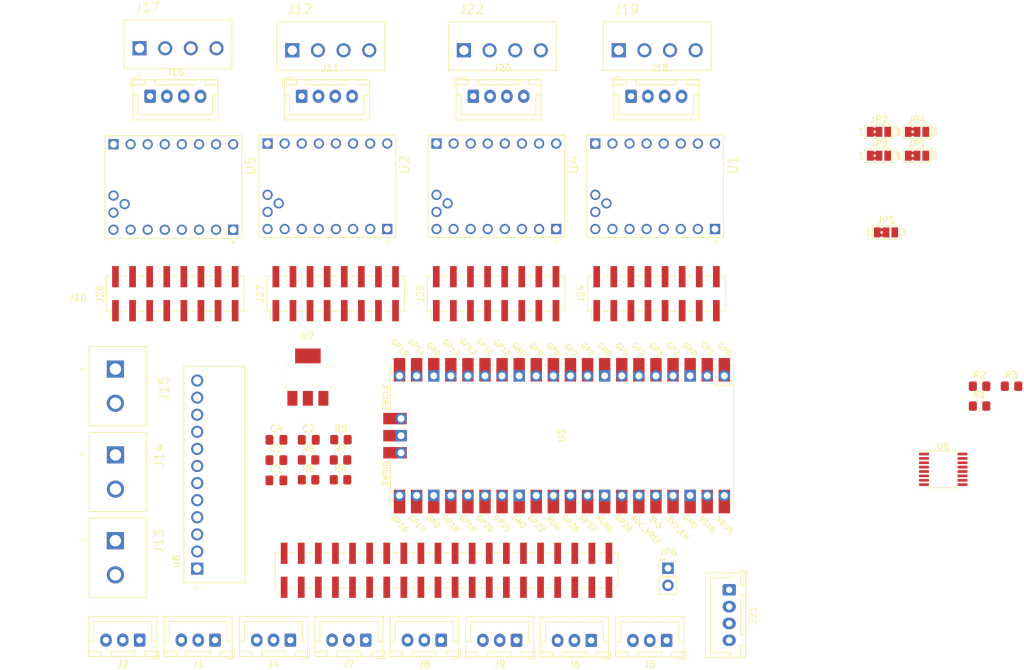
<source format=kicad_pcb>
(kicad_pcb (version 20211014) (generator pcbnew)
  (layers (0 "F.Cu" signal) (31 "B.Cu" signal) (34 "B.Paste" user) (35 "F.Paste" user) (36 "B.SilkS" user "B.Silkscreen") (37 "F.SilkS" user "F.Silkscreen") (38 "B.Mask" user) (39 "F.Mask" user) (44 "Edge.Cuts" user))
  (net 0 "")
  (net 9 "+3V3")
  (net 10 "GPIO17")
  (net 11 "GPIO16")
  (net 15 "GPIO27")
  (net 16 "GPIO18")
  (net 18 "GPIO26")
  (net 19 "DIR_3")
  (net 20 "STEP_3")
  (net 21 "+24V")
  (net 22 "GND")
  (net 23 "DIR_1")
  (net 24 "STEP_1")
  (net 25 "GPIO19")
  (net 26 "GPIO20")
  (net 28 "GPIO21")
  (net 29 "+3.3V")
  (net 31 "DIR_0")
  (net 32 "STEP_0")
  (net 33 "+5V")
  (net 36 "PICO_VBus")
  (net 38 "PICO_3V3")
  (net 49 "DIR_2")
  (net 54 "STEP_2")
  (net 68 "Motor1A1")
  (net 69 "Motor1A2")
  (net 70 "Motor1B1")
  (net 71 "Motor1B2")
  (net 72 "Motor2A1")
  (net 73 "Motor2A2")
  (net 74 "Motor2B1")
  (net 75 "Motor2B2")
  (net 76 "Motor3A1")
  (net 77 "Motor3A2")
  (net 78 "Motor3B1")
  (net 79 "Motor3B2")
  (net 80 "Motor4A1")
  (net 81 "Motor4A2")
  (net 82 "Motor4B1")
  (net 83 "Motor4B2")
  (net 84 "UART_TX")
  (net 85 "UART_RX")
  (net 86 "GPIO0")
  (net 87 "TMC_UART")
  (net 88 "SPIMux_S0")
  (net 89 "SPI_CSn")
  (net 90 "SPI_SCK")
  (net 91 "SPI_MOSI")
  (net 92 "SPI_MISO")
  (net 93 "SPIMux_S1")
  (net 94 "PICO_VSys")
  (net 97 "Net-(JP1-Pad1)")
  (net 98 "Net-(JP1-Pad3)")
  (net 99 "Net-(R4-Pad2)")
  (net 100 "Net-(JP2-Pad1)")
  (net 101 "Net-(JP2-Pad3)")
  (net 102 "Net-(R5-Pad2)")
  (net 103 "Net-(JP3-Pad1)")
  (net 104 "Net-(JP3-Pad3)")
  (net 105 "Net-(R7-Pad2)")
  (net 106 "Net-(JP4-Pad1)")
  (net 107 "Net-(JP4-Pad3)")
  (net 108 "Net-(R8-Pad2)")
  (net 109 "ENC_CS_1_Muxed")
  (net 110 "ENC_CS_1")
  (net 111 "SPI_CS")
  (net 112 "ENC_B")
  (net 113 "ENC_A")
  (net 115 "ENC_I_PWM")
  (net 116 "ENC_CS_4")
  (net 117 "ENC_TEST")
  (net 118 "ENC_CLK")
  (net 120 "ENC_MOSI")
  (net 121 "ENC_W_PWM")
  (net 122 "ENC_MISO")
  (net 123 "ENC_V")
  (net 124 "ENC_U")
  (net 138 "ENC_CS_3")
  (net 148 "ENC_CS_2")
  (footprint "Connector_JST:JST_XH_B3B-XH-A_1x03_P2.50mm_Vertical" (layer "F.Cu") (at 92.2 142.175 180)
    (fp_text reference "J1" (at 2.5 -3.55) (layer "F.SilkS"))
    (fp_text value "JST_3pin")
    (pad "1" thru_hole roundrect (at 0 0 180) (size 1.7 1.95) (drill 0.95) (layers *.Cu *.Mask) (roundrect_rratio 0.147059) (net 9 "+3V3"))
    (pad "2" thru_hole oval (at 2.5 0 180) (size 1.7 1.95) (drill 0.95) (layers *.Cu *.Mask) (net 10 "GPIO17"))
    (pad "3" thru_hole oval (at 5 0 180) (size 1.7 1.95) (drill 0.95) (layers *.Cu *.Mask) (net 22 "GND"))
  )
  (footprint "Resistor_SMD:R_0805_2012Metric_Pad1.20x1.40mm_HandSolder" (layer "F.Cu") (at 110.91 112.39)
    (fp_text reference "R5" (at 0 -1.65) (layer "F.SilkS"))
    (fp_text value "R")
    (pad "1" smd roundrect (at -1 0) (size 1.2 1.4) (layers "F.Cu" "F.Paste" "F.Mask") (roundrect_rratio 0.208333) (net 9 "+3V3"))
    (pad "2" smd roundrect (at 1 0) (size 1.2 1.4) (layers "F.Cu" "F.Paste" "F.Mask") (roundrect_rratio 0.208333) (net 102 "Net-(R5-Pad2)"))
  )
  (footprint "birdyboard:CUI_TBP02R2-381-04BE" (layer "F.Cu") (at 152.185 54.5375)
    (fp_text reference "J19" (at 1.145 -6.089) (layer "F.SilkS") (effects (font (size 1.4 1.4))))
    (fp_text value "TBP02R2-381-04BE")
    (pad "1" thru_hole rect (at 0 0) (size 2.1 2.1) (drill 1.4) (layers *.Cu *.Mask) (net 76 "Motor3A1"))
    (pad "2" thru_hole circle (at 3.81 0) (size 2.1 2.1) (drill 1.4) (layers *.Cu *.Mask) (net 77 "Motor3A2"))
    (pad "3" thru_hole circle (at 7.62 0) (size 2.1 2.1) (drill 1.4) (layers *.Cu *.Mask) (net 78 "Motor3B1"))
    (pad "4" thru_hole circle (at 11.43 0) (size 2.1 2.1) (drill 1.4) (layers *.Cu *.Mask) (net 79 "Motor3B2"))
  )
  (footprint "Resistor_SMD:R_0805_2012Metric_Pad1.20x1.40mm_HandSolder" (layer "F.Cu") (at 110.85 118.35)
    (fp_text reference "R4" (at 0 -1.65) (layer "F.SilkS"))
    (fp_text value "R")
    (pad "1" smd roundrect (at -1 0) (size 1.2 1.4) (layers "F.Cu" "F.Paste" "F.Mask") (roundrect_rratio 0.208333) (net 9 "+3V3"))
    (pad "2" smd roundrect (at 1 0) (size 1.2 1.4) (layers "F.Cu" "F.Paste" "F.Mask") (roundrect_rratio 0.208333) (net 99 "Net-(R4-Pad2)"))
  )
  (footprint "Connector_JST:JST_XH_B3B-XH-A_1x03_P2.50mm_Vertical" (layer "F.Cu") (at 114.6 142.175 180)
    (fp_text reference "J7" (at 2.5 -3.55) (layer "F.SilkS"))
    (fp_text value "JST_3pin")
    (pad "1" thru_hole roundrect (at 0 0 180) (size 1.7 1.95) (drill 0.95) (layers *.Cu *.Mask) (roundrect_rratio 0.147059) (net 9 "+3V3"))
    (pad "2" thru_hole oval (at 2.5 0 180) (size 1.7 1.95) (drill 0.95) (layers *.Cu *.Mask) (net 25 "GPIO19"))
    (pad "3" thru_hole oval (at 5 0 180) (size 1.7 1.95) (drill 0.95) (layers *.Cu *.Mask) (net 22 "GND"))
  )
  (footprint "Connector_JST:JST_XH_B3B-XH-A_1x03_P2.50mm_Vertical" (layer "F.Cu") (at 103.4 142.175 180)
    (fp_text reference "J4" (at 2.5 -3.55) (layer "F.SilkS"))
    (fp_text value "JST_3pin")
    (pad "1" thru_hole roundrect (at 0 0 180) (size 1.7 1.95) (drill 0.95) (layers *.Cu *.Mask) (roundrect_rratio 0.147059) (net 9 "+3V3"))
    (pad "2" thru_hole oval (at 2.5 0 180) (size 1.7 1.95) (drill 0.95) (layers *.Cu *.Mask) (net 16 "GPIO18"))
    (pad "3" thru_hole oval (at 5 0 180) (size 1.7 1.95) (drill 0.95) (layers *.Cu *.Mask) (net 22 "GND"))
  )
  (footprint "Connector_JST:JST_XH_B4B-XH-A_1x04_P2.50mm_Vertical" (layer "F.Cu") (at 82.55 61.375)
    (fp_text reference "J16" (at 3.75 -3.55) (layer "F.SilkS"))
    (fp_text value "JST-PH StepMotor Conn")
    (pad "1" thru_hole roundrect (at 0 0) (size 1.7 1.95) (drill 0.95) (layers *.Cu *.Mask) (roundrect_rratio 0.147059) (net 72 "Motor2A1"))
    (pad "2" thru_hole oval (at 2.5 0) (size 1.7 1.95) (drill 0.95) (layers *.Cu *.Mask) (net 73 "Motor2A2"))
    (pad "3" thru_hole oval (at 5 0) (size 1.7 1.95) (drill 0.95) (layers *.Cu *.Mask) (net 74 "Motor2B1"))
    (pad "4" thru_hole oval (at 7.5 0) (size 1.7 1.95) (drill 0.95) (layers *.Cu *.Mask) (net 75 "Motor2B2"))
  )
  (footprint "Resistor_SMD:R_0805_2012Metric_Pad1.20x1.40mm_HandSolder" (layer "F.Cu") (at 110.85 115.4)
    (fp_text reference "R7" (at 0 -1.65) (layer "F.SilkS"))
    (fp_text value "R")
    (pad "1" smd roundrect (at -1 0) (size 1.2 1.4) (layers "F.Cu" "F.Paste" "F.Mask") (roundrect_rratio 0.208333) (net 9 "+3V3"))
    (pad "2" smd roundrect (at 1 0) (size 1.2 1.4) (layers "F.Cu" "F.Paste" "F.Mask") (roundrect_rratio 0.208333) (net 105 "Net-(R7-Pad2)"))
  )
  (footprint "Resistor_SMD:R_0805_2012Metric_Pad1.20x1.40mm_HandSolder" (layer "F.Cu") (at 205.8 104.45)
    (fp_text reference "R2" (at 0 -1.65) (layer "F.SilkS"))
    (fp_text value "R")
    (pad "1" smd roundrect (at -1 0) (size 1.2 1.4) (layers "F.Cu" "F.Paste" "F.Mask") (roundrect_rratio 0.208333) (net 9 "+3V3"))
    (pad "2" smd roundrect (at 1 0) (size 1.2 1.4) (layers "F.Cu" "F.Paste" "F.Mask") (roundrect_rratio 0.208333) (net 26 "GPIO20"))
  )
  (footprint "birdyboard:CUI_TBP01R2-508-02BE" (layer "F.Cu") (at 77.4125 114.66 -90)
    (fp_text reference "J14" (at 0.105 -6.489 90) (layer "F.SilkS") (effects (font (size 1.4 1.4))))
    (fp_text value "Screw_Terminal_01x02")
    (pad "1" thru_hole rect (at 0 0 270) (size 2.55 2.55) (drill 1.7) (layers *.Cu *.Mask) (net 21 "+24V"))
    (pad "2" thru_hole circle (at 5.08 0 270) (size 2.55 2.55) (drill 1.7) (layers *.Cu *.Mask) (net 22 "GND"))
  )
  (footprint "Connector_PinHeader_2.54mm:PinHeader_2x08_P2.54mm_Vertical_SMD" (layer "F.Cu") (at 110.133333 90.7 90)
    (fp_text reference "J27" (at 0 -11.22 90) (layer "F.SilkS"))
    (fp_text value "AS5047_Adapter_Board_Connector")
    (pad "1" smd rect (at -2.525 -8.89 90) (size 3.15 1) (layers "F.Cu" "F.Paste" "F.Mask") (net 33 "+5V"))
    (pad "2" smd rect (at 2.525 -8.89 90) (size 3.15 1) (layers "F.Cu" "F.Paste" "F.Mask"))
    (pad "3" smd rect (at -2.525 -6.35 90) (size 3.15 1) (layers "F.Cu" "F.Paste" "F.Mask") (net 29 "+3.3V"))
    (pad "4" smd rect (at 2.525 -6.35 90) (size 3.15 1) (layers "F.Cu" "F.Paste" "F.Mask"))
    (pad "5" smd rect (at -2.525 -3.81 90) (size 3.15 1) (layers "F.Cu" "F.Paste" "F.Mask"))
    (pad "6" smd rect (at 2.525 -3.81 90) (size 3.15 1) (layers "F.Cu" "F.Paste" "F.Mask"))
    (pad "7" smd rect (at -2.525 -1.27 90) (size 3.15 1) (layers "F.Cu" "F.Paste" "F.Mask") (net 148 "ENC_CS_2"))
    (pad "8" smd rect (at 2.525 -1.27 90) (size 3.15 1) (layers "F.Cu" "F.Paste" "F.Mask"))
    (pad "9" smd rect (at -2.525 1.27 90) (size 3.15 1) (layers "F.Cu" "F.Paste" "F.Mask") (net 118 "ENC_CLK"))
    (pad "10" smd rect (at 2.525 1.27 90) (size 3.15 1) (layers "F.Cu" "F.Paste" "F.Mask"))
    (pad "11" smd rect (at -2.525 3.81 90) (size 3.15 1) (layers "F.Cu" "F.Paste" "F.Mask") (net 120 "ENC_MOSI"))
    (pad "12" smd rect (at 2.525 3.81 90) (size 3.15 1) (layers "F.Cu" "F.Paste" "F.Mask"))
    (pad "13" smd rect (at -2.525 6.35 90) (size 3.15 1) (layers "F.Cu" "F.Paste" "F.Mask") (net 122 "ENC_MISO"))
    (pad "14" smd rect (at 2.525 6.35 90) (size 3.15 1) (layers "F.Cu" "F.Paste" "F.Mask"))
    (pad "15" smd rect (at -2.525 8.89 90) (size 3.15 1) (layers "F.Cu" "F.Paste" "F.Mask") (net 22 "GND"))
    (pad "16" smd rect (at 2.525 8.89 90) (size 3.15 1) (layers "F.Cu" "F.Paste" "F.Mask"))
  )
  (footprint "birdyboard:CUI_TBP02R2-381-04BE" (layer "F.Cu") (at 103.685 54.5375)
    (fp_text reference "J12" (at 1.145 -6.089) (layer "F.SilkS") (effects (font (size 1.4 1.4))))
    (fp_text value "TBP02R2-381-04BE")
    (pad "1" thru_hole rect (at 0 0) (size 2.1 2.1) (drill 1.4) (layers *.Cu *.Mask) (net 68 "Motor1A1"))
    (pad "2" thru_hole circle (at 3.81 0) (size 2.1 2.1) (drill 1.4) (layers *.Cu *.Mask) (net 69 "Motor1A2"))
    (pad "3" thru_hole circle (at 7.62 0) (size 2.1 2.1) (drill 1.4) (layers *.Cu *.Mask) (net 70 "Motor1B1"))
    (pad "4" thru_hole circle (at 11.43 0) (size 2.1 2.1) (drill 1.4) (layers *.Cu *.Mask) (net 71 "Motor1B2"))
  )
  (footprint "Jumper:SolderJumper-3_P1.3mm_Bridged2Bar12_Pad1.0x1.5mm_NumberLabels" (layer "F.Cu") (at 196.5 66.65)
    (fp_text reference "JP4" (at 0 -1.8) (layer "F.SilkS"))
    (fp_text value "SolderJumper_3_Bridged12")
    (fp_text user "3" (at 2.6 0) (layer "F.SilkS"))
    (fp_text user "1" (at -2.6 0) (layer "F.SilkS"))
    (fp_poly (pts (xy -0.9 0.2) (xy -0.4 0.2) (xy -0.4 0.6) (xy -0.9 0.6)) (layer "F.Cu") (width 0) (fill solid))
    (fp_poly (pts (xy -0.9 -0.6) (xy -0.4 -0.6) (xy -0.4 -0.2) (xy -0.9 -0.2)) (layer "F.Cu") (width 0) (fill solid))
    (pad "1" smd rect (at -1.3 0) (size 1 1.5) (layers "F.Cu" "F.Mask") (net 106 "Net-(JP4-Pad1)"))
    (pad "2" smd rect (at 0 0) (size 1 1.5) (layers "F.Cu" "F.Mask") (net 87 "TMC_UART"))
    (pad "3" smd rect (at 1.3 0) (size 1 1.5) (layers "F.Cu" "F.Mask") (net 107 "Net-(JP4-Pad3)"))
  )
  (footprint "Capacitor_SMD:C_0805_2012Metric_Pad1.18x1.45mm_HandSolder" (layer "F.Cu") (at 101.32 118.44)
    (fp_text reference "C1" (at 0 -1.68) (layer "F.SilkS"))
    (fp_text value "10uF 50V")
    (pad "1" smd roundrect (at -1.0375 0) (size 1.175 1.45) (layers "F.Cu" "F.Paste" "F.Mask") (roundrect_rratio 0.212766) (net 21 "+24V"))
    (pad "2" smd roundrect (at 1.0375 0) (size 1.175 1.45) (layers "F.Cu" "F.Paste" "F.Mask") (roundrect_rratio 0.212766) (net 22 "GND"))
  )
  (footprint "Connector_JST:JST_XH_B3B-XH-A_1x03_P2.50mm_Vertical" (layer "F.Cu") (at 137 142.2 180)
    (fp_text reference "J9" (at 2.5 -3.55) (layer "F.SilkS"))
    (fp_text value "JST_3pin")
    (pad "1" thru_hole roundrect (at 0 0 180) (size 1.7 1.95) (drill 0.95) (layers *.Cu *.Mask) (roundrect_rratio 0.147059) (net 9 "+3V3"))
    (pad "2" thru_hole oval (at 2.5 0 180) (size 1.7 1.95) (drill 0.95) (layers *.Cu *.Mask) (net 28 "GPIO21"))
    (pad "3" thru_hole oval (at 5 0 180) (size 1.7 1.95) (drill 0.95) (layers *.Cu *.Mask) (net 22 "GND"))
  )
  (footprint "Connector_JST:JST_XH_B4B-XH-A_1x04_P2.50mm_Vertical" (layer "F.Cu") (at 168.6 134.7 -90)
    (fp_text reference "J21" (at 3.75 -3.55 90) (layer "F.SilkS"))
    (fp_text value "JST-PH UART Conn")
    (pad "1" thru_hole roundrect (at 0 0 270) (size 1.7 1.95) (drill 0.95) (layers *.Cu *.Mask) (roundrect_rratio 0.147059) (net 29 "+3.3V"))
    (pad "2" thru_hole oval (at 2.5 0 270) (size 1.7 1.95) (drill 0.95) (layers *.Cu *.Mask) (net 84 "UART_TX"))
    (pad "3" thru_hole oval (at 5 0 270) (size 1.7 1.95) (drill 0.95) (layers *.Cu *.Mask) (net 85 "UART_RX"))
    (pad "4" thru_hole oval (at 7.5 0 270) (size 1.7 1.95) (drill 0.95) (layers *.Cu *.Mask) (net 22 "GND"))
  )
  (footprint "birdyboard:CUI_TBP01R2-508-02BE" (layer "F.Cu") (at 77.4 101.9 -90)
    (fp_text reference "J15" (at 2.9 -7.2 90) (layer "F.SilkS") (effects (font (size 1.4 1.4))))
    (fp_text value "Screw_Terminal_01x02")
    (pad "1" thru_hole rect (at 0 0 270) (size 2.55 2.55) (drill 1.7) (layers *.Cu *.Mask) (net 33 "+5V"))
    (pad "2" thru_hole circle (at 5.08 0 270) (size 2.55 2.55) (drill 1.7) (layers *.Cu *.Mask) (net 22 "GND"))
  )
  (footprint "Connector_PinHeader_2.54mm:PinHeader_2x20_P2.54mm_Vertical_SMD" (layer "F.Cu") (at 126.6 131.8 90)
    (fp_text reference "J10" (at 40.54 -54.8 180) (layer "F.SilkS"))
    (fp_text value "Conn_02x20_Odd_Even")
    (pad "1" smd rect (at -2.525 -24.13 90) (size 3.15 1) (layers "F.Cu" "F.Paste" "F.Mask") (net 29 "+3.3V"))
    (pad "2" smd rect (at 2.525 -24.13 90) (size 3.15 1) (layers "F.Cu" "F.Paste" "F.Mask") (net 33 "+5V"))
    (pad "3" smd rect (at -2.525 -21.59 90) (size 3.15 1) (layers "F.Cu" "F.Paste" "F.Mask"))
    (pad "4" smd rect (at 2.525 -21.59 90) (size 3.15 1) (layers "F.Cu" "F.Paste" "F.Mask") (net 36 "PICO_VBus"))
    (pad "5" smd rect (at -2.525 -19.05 90) (size 3.15 1) (layers "F.Cu" "F.Paste" "F.Mask"))
    (pad "6" smd rect (at 2.525 -19.05 90) (size 3.15 1) (layers "F.Cu" "F.Paste" "F.Mask") (net 38 "PICO_3V3"))
    (pad "7" smd rect (at -2.525 -16.51 90) (size 3.15 1) (layers "F.Cu" "F.Paste" "F.Mask") (net 22 "GND"))
    (pad "8" smd rect (at 2.525 -16.51 90) (size 3.15 1) (layers "F.Cu" "F.Paste" "F.Mask") (net 33 "+5V"))
    (pad "9" smd rect (at -2.525 -13.97 90) (size 3.15 1) (layers "F.Cu" "F.Paste" "F.Mask"))
    (pad "10" smd rect (at 2.525 -13.97 90) (size 3.15 1) (layers "F.Cu" "F.Paste" "F.Mask") (net 29 "+3.3V"))
    (pad "11" smd rect (at -2.525 -11.43 90) (size 3.15 1) (layers "F.Cu" "F.Paste" "F.Mask"))
    (pad "12" smd rect (at 2.525 -11.43 90) (size 3.15 1) (layers "F.Cu" "F.Paste" "F.Mask") (net 54 "STEP_2"))
    (pad "13" smd rect (at -2.525 -8.89 90) (size 3.15 1) (layers "F.Cu" "F.Paste" "F.Mask"))
    (pad "14" smd rect (at 2.525 -8.89 90) (size 3.15 1) (layers "F.Cu" "F.Paste" "F.Mask") (net 29 "+3.3V"))
    (pad "15" smd rect (at -2.525 -6.35 90) (size 3.15 1) (layers "F.Cu" "F.Paste" "F.Mask"))
    (pad "16" smd rect (at 2.525 -6.35 90) (size 3.15 1) (layers "F.Cu" "F.Paste" "F.Mask") (net 18 "GPIO26"))
    (pad "17" smd rect (at -2.525 -3.81 90) (size 3.15 1) (layers "F.Cu" "F.Paste" "F.Mask") (net 22 "GND"))
    (pad "18" smd rect (at 2.525 -3.81 90) (size 3.15 1) (layers "F.Cu" "F.Paste" "F.Mask") (net 15 "GPIO27"))
    (pad "19" smd rect (at -2.525 -1.27 90) (size 3.15 1) (layers "F.Cu" "F.Paste" "F.Mask"))
    (pad "20" smd rect (at 2.525 -1.27 90) (size 3.15 1) (layers "F.Cu" "F.Paste" "F.Mask") (net 22 "GND"))
    (pad "21" smd rect (at -2.525 1.27 90) (size 3.15 1) (layers "F.Cu" "F.Paste" "F.Mask"))
    (pad "22" smd rect (at 2.525 1.27 90) (size 3.15 1) (layers "F.Cu" "F.Paste" "F.Mask") (net 49 "DIR_2"))
    (pad "23" smd rect (at -2.525 3.81 90) (size 3.15 1) (layers "F.Cu" "F.Paste" "F.Mask"))
    (pad "24" smd rect (at 2.525 3.81 90) (size 3.15 1) (layers "F.Cu" "F.Paste" "F.Mask") (net 22 "GND"))
    (pad "25" smd rect (at -2.525 6.35 90) (size 3.15 1) (layers "F.Cu" "F.Paste" "F.Mask"))
    (pad "26" smd rect (at 2.525 6.35 90) (size 3.15 1) (layers "F.Cu" "F.Paste" "F.Mask") (net 28 "GPIO21"))
    (pad "27" smd rect (at -2.525 8.89 90) (size 3.15 1) (layers "F.Cu" "F.Paste" "F.Mask"))
    (pad "28" smd rect (at 2.525 8.89 90) (size 3.15 1) (layers "F.Cu" "F.Paste" "F.Mask") (net 26 "GPIO20"))
    (pad "29" smd rect (at -2.525 11.43 90) (size 3.15 1) (layers "F.Cu" "F.Paste" "F.Mask"))
    (pad "30" smd rect (at 2.525 11.43 90) (size 3.15 1) (layers "F.Cu" "F.Paste" "F.Mask") (net 25 "GPIO19"))
    (pad "31" smd rect (at -2.525 13.97 90) (size 3.15 1) (layers "F.Cu" "F.Paste" "F.Mask"))
    (pad "32" smd rect (at 2.525 13.97 90) (size 3.15 1) (layers "F.Cu" "F.Paste" "F.Mask") (net 16 "GPIO18"))
    (pad "33" smd rect (at -2.525 16.51 90) (size 3.15 1) (layers "F.Cu" "F.Paste" "F.Mask"))
    (pad "34" smd rect (at 2.525 16.51 90) (size 3.15 1) (layers "F.Cu" "F.Paste" "F.Mask") (net 22 "GND"))
    (pad "35" smd rect (at -2.525 19.05 90) (size 3.15 1) (layers "F.Cu" "F.Paste" "F.Mask") (net 22 "GND"))
    (pad "36" smd rect (at 2.525 19.05 90) (size 3.15 1) (layers "F.Cu" "F.Paste" "F.Mask") (net 10 "GPIO17"))
    (pad "37" smd rect (at -2.525 21.59 90) (size 3.15 1) (layers "F.Cu" "F.Paste" "F.Mask"))
    (pad "38" smd rect (at 2.525 21.59 90) (size 3.15 1) (layers "F.Cu" "F.Paste" "F.Mask") (net 11 "GPIO16"))
    (pad "39" smd rect (at -2.525 24.13 90) (size 3.15 1) (layers "F.Cu" "F.Paste" "F.Mask") (net 22 "GND"))
    (pad "40" smd rect (at 2.525 24.13 90) (size 3.15 1) (layers "F.Cu" "F.Paste" "F.Mask") (net 22 "GND"))
  )
  (footprint "Resistor_SMD:R_0805_2012Metric_Pad1.20x1.40mm_HandSolder" (layer "F.Cu") (at 106.1 118.35)
    (fp_text reference "R8" (at 0 -1.65) (layer "F.SilkS"))
    (fp_text value "R")
    (pad "1" smd roundrect (at -1 0) (size 1.2 1.4) (layers "F.Cu" "F.Paste" "F.Mask") (roundrect_rratio 0.208333) (net 9 "+3V3"))
    (pad "2" smd roundrect (at 1 0) (size 1.2 1.4) (layers "F.Cu" "F.Paste" "F.Mask") (roundrect_rratio 0.208333) (net 108 "Net-(R8-Pad2)"))
  )
  (footprint "Capacitor_SMD:C_0805_2012Metric_Pad1.18x1.45mm_HandSolder" (layer "F.Cu") (at 106.13 112.42)
    (fp_text reference "C2" (at 0 -1.68) (layer "F.SilkS"))
    (fp_text value "10uF 10V")
    (pad "1" smd roundrect (at -1.0375 0) (size 1.175 1.45) (layers "F.Cu" "F.Paste" "F.Mask") (roundrect_rratio 0.212766) (net 33 "+5V"))
    (pad "2" smd roundrect (at 1.0375 0) (size 1.175 1.45) (layers "F.Cu" "F.Paste" "F.Mask") (roundrect_rratio 0.212766) (net 22 "GND"))
  )
  (footprint "birdyboard:TMC2208_SILENTSTEPSTICK" (layer "F.Cu") (at 157.6 74.7425 -90)
    (fp_text reference "U1" (at -3.155 -11.489 90) (layer "F.SilkS") (effects (font (size 1.4 1.4))))
    (fp_text value "TMC2209_SILENTSTEPSTICK")
    (pad "JP1_1" thru_hole rect (at 6.35 -8.89 270) (size 1.524 1.524) (drill 1.016) (layers *.Cu *.Mask) (net 19 "DIR_3"))
    (pad "JP1_2" thru_hole circle (at 6.35 -6.35 270) (size 1.524 1.524) (drill 1.016) (layers *.Cu *.Mask) (net 20 "STEP_3"))
    (pad "JP1_3" thru_hole circle (at 6.35 -3.81 270) (size 1.524 1.524) (drill 1.016) (layers *.Cu *.Mask) (net 97 "Net-(JP1-Pad1)"))
    (pad "JP1_4" thru_hole circle (at 6.35 -1.27 270) (size 1.524 1.524) (drill 1.016) (layers *.Cu *.Mask) (net 98 "Net-(JP1-Pad3)"))
    (pad "JP1_5" thru_hole circle (at 6.35 1.27 270) (size 1.524 1.524) (drill 1.016) (layers *.Cu *.Mask))
    (pad "JP1_6" thru_hole circle (at 6.35 3.81 270) (size 1.524 1.524) (drill 1.016) (layers *.Cu *.Mask) (net 22 "GND"))
    (pad "JP1_7" thru_hole circle (at 6.35 6.35 270) (size 1.524 1.524) (drill 1.016) (layers *.Cu *.Mask) (net 22 "GND"))
    (pad "JP1_8" thru_hole circle (at 6.35 8.89 270) (size 1.524 1.524) (drill 1.016) (layers *.Cu *.Mask) (net 99 "Net-(R4-Pad2)"))
    (pad "JP2_1" thru_hole rect (at -6.35 8.89 270) (size 1.524 1.524) (drill 1.016) (layers *.Cu *.Mask) (net 21 "+24V"))
    (pad "JP2_2" thru_hole circle (at -6.35 6.35 270) (size 1.524 1.524) (drill 1.016) (layers *.Cu *.Mask) (net 22 "GND"))
    (pad "JP2_3" thru_hole circle (at -6.35 3.81 270) (size 1.524 1.524) (drill 1.016) (layers *.Cu *.Mask) (net 77 "Motor3A2"))
    (pad "JP2_4" thru_hole circle (at -6.35 1.27 270) (size 1.524 1.524) (drill 1.016) (layers *.Cu *.Mask) (net 76 "Motor3A1"))
    (pad "JP2_5" thru_hole circle (at -6.35 -1.27 270) (size 1.524 1.524) (drill 1.016) (layers *.Cu *.Mask) (net 78 "Motor3B1"))
    (pad "JP2_6" thru_hole circle (at -6.35 -3.81 270) (size 1.524 1.524) (drill 1.016) (layers *.Cu *.Mask) (net 79 "Motor3B2"))
    (pad "JP2_7" thru_hole circle (at -6.35 -6.35 270) (size 1.524 1.524) (drill 1.016) (layers *.Cu *.Mask) (net 9 "+3V3"))
    (pad "JP2_8" thru_hole circle (at -6.35 -8.89 270) (size 1.524 1.524) (drill 1.016) (layers *.Cu *.Mask) (net 22 "GND"))
    (pad "JP3_1" thru_hole circle (at 1.27 8.89 270) (size 1.524 1.524) (drill 1.016) (layers *.Cu *.Mask))
    (pad "JP3_2" thru_hole circle (at 3.81 8.89 270) (size 1.524 1.524) (drill 1.016) (layers *.Cu *.Mask))
    (pad "VREF" thru_hole circle (at 2.54 7.239 270) (size 1.524 1.524) (drill 1.016) (layers *.Cu *.Mask))
  )
  (footprint "Connector_JST:JST_XH_B3B-XH-A_1x03_P2.50mm_Vertical" (layer "F.Cu") (at 159.3 142.225 180)
    (fp_text reference "J5" (at 2.5 -3.55) (layer "F.SilkS"))
    (fp_text value "JST_3pin")
    (pad "1" thru_hole roundrect (at 0 0 180) (size 1.7 1.95) (drill 0.95) (layers *.Cu *.Mask) (roundrect_rratio 0.147059) (net 9 "+3V3"))
    (pad "2" thru_hole oval (at 2.5 0 180) (size 1.7 1.95) (drill 0.95) (layers *.Cu *.Mask) (net 18 "GPIO26"))
    (pad "3" thru_hole oval (at 5 0 180) (size 1.7 1.95) (drill 0.95) (layers *.Cu *.Mask) (net 22 "GND"))
  )
  (footprint "Resistor_SMD:R_0805_2012Metric_Pad1.20x1.40mm_HandSolder" (layer "F.Cu") (at 210.55 104.45)
    (fp_text reference "R3" (at 0 -1.65) (layer "F.SilkS"))
    (fp_text value "R")
    (pad "1" smd roundrect (at -1 0) (size 1.2 1.4) (layers "F.Cu" "F.Paste" "F.Mask") (roundrect_rratio 0.208333) (net 9 "+3V3"))
    (pad "2" smd roundrect (at 1 0) (size 1.2 1.4) (layers "F.Cu" "F.Paste" "F.Mask") (roundrect_rratio 0.208333) (net 25 "GPIO19"))
  )
  (footprint "birdyboard:TMC2208_SILENTSTEPSTICK" (layer "F.Cu") (at 86.01 74.85 -90)
    (fp_text reference "U5" (at -3.155 -11.489 90) (layer "F.SilkS") (effects (font (size 1.4 1.4))))
    (fp_text value "TMC2209_SILENTSTEPSTICK")
    (pad "JP1_1" thru_hole rect (at 6.35 -8.89 270) (size 1.524 1.524) (drill 1.016) (layers *.Cu *.Mask) (net 49 "DIR_2"))
    (pad "JP1_2" thru_hole circle (at 6.35 -6.35 270) (size 1.524 1.524) (drill 1.016) (layers *.Cu *.Mask) (net 54 "STEP_2"))
    (pad "JP1_3" thru_hole circle (at 6.35 -3.81 270) (size 1.524 1.524) (drill 1.016) (layers *.Cu *.Mask) (net 106 "Net-(JP4-Pad1)"))
    (pad "JP1_4" thru_hole circle (at 6.35 -1.27 270) (size 1.524 1.524) (drill 1.016) (layers *.Cu *.Mask) (net 107 "Net-(JP4-Pad3)"))
    (pad "JP1_5" thru_hole circle (at 6.35 1.27 270) (size 1.524 1.524) (drill 1.016) (layers *.Cu *.Mask))
    (pad "JP1_6" thru_hole circle (at 6.35 3.81 270) (size 1.524 1.524) (drill 1.016) (layers *.Cu *.Mask) (net 9 "+3V3"))
    (pad "JP1_7" thru_hole circle (at 6.35 6.35 270) (size 1.524 1.524) (drill 1.016) (layers *.Cu *.Mask) (net 9 "+3V3"))
    (pad "JP1_8" thru_hole circle (at 6.35 8.89 270) (size 1.524 1.524) (drill 1.016) (layers *.Cu *.Mask) (net 108 "Net-(R8-Pad2)"))
    (pad "JP2_1" thru_hole rect (at -6.35 8.89 270) (size 1.524 1.524) (drill 1.016) (layers *.Cu *.Mask) (net 21 "+24V"))
    (pad "JP2_2" thru_hole circle (at -6.35 6.35 270) (size 1.524 1.524) (drill 1.016) (layers *.Cu *.Mask) (net 22 "GND"))
    (pad "JP2_3" thru_hole circle (at -6.35 3.81 270) (size 1.524 1.524) (drill 1.016) (layers *.Cu *.Mask) (net 73 "Motor2A2"))
    (pad "JP2_4" thru_hole circle (at -6.35 1.27 270) (size 1.524 1.524) (drill 1.016) (layers *.Cu *.Mask) (net 72 "Motor2A1"))
    (pad "JP2_5" thru_hole circle (at -6.35 -1.27 270) (size 1.524 1.524) (drill 1.016) (layers *.Cu *.Mask) (net 74 "Motor2B1"))
    (pad "JP2_6" thru_hole circle (at -6.35 -3.81 270) (size 1.524 1.524) (drill 1.016) (layers *.Cu *.Mask) (net 75 "Motor2B2"))
    (pad "JP2_7" thru_hole circle (at -6.35 -6.35 270) (size 1.524 1.524) (drill 1.016) (layers *.Cu *.Mask) (net 9 "+3V3"))
    (pad "JP2_8" thru_hole circle (at -6.35 -8.89 270) (size 1.524 1.524) (drill 1.016) (layers *.Cu *.Mask) (net 22 "GND"))
    (pad "JP3_1" thru_hole circle (at 1.27 8.89 270) (size 1.524 1.524) (drill 1.016) (layers *.Cu *.Mask))
    (pad "JP3_2" thru_hole circle (at 3.81 8.89 270) (size 1.524 1.524) (drill 1.016) (layers *.Cu *.Mask))
    (pad "VREF" thru_hole circle (at 2.54 7.239 270) (size 1.524 1.524) (drill 1.016) (layers *.Cu *.Mask))
  )
  (footprint "Connector_JST:JST_XH_B4B-XH-A_1x04_P2.50mm_Vertical" (layer "F.Cu") (at 154.02 61.375)
    (fp_text reference "J18" (at 4.265 -4.23) (layer "F.SilkS"))
    (fp_text value "JST-PH StepMotor Conn")
    (pad "1" thru_hole roundrect (at 0 0) (size 1.7 1.95) (drill 0.95) (layers *.Cu *.Mask) (roundrect_rratio 0.147059) (net 76 "Motor3A1"))
    (pad "2" thru_hole oval (at 2.5 0) (size 1.7 1.95) (drill 0.95) (layers *.Cu *.Mask) (net 77 "Motor3A2"))
    (pad "3" thru_hole oval (at 5 0) (size 1.7 1.95) (drill 0.95) (layers *.Cu *.Mask) (net 78 "Motor3B1"))
    (pad "4" thru_hole oval (at 7.5 0) (size 1.7 1.95) (drill 0.95) (layers *.Cu *.Mask) (net 79 "Motor3B2"))
  )
  (footprint "birdyboard:CUI_TBP01R2-508-02BE" (layer "F.Cu") (at 77.4 127.4 -90)
    (fp_text reference "J13" (at 0.105 -6.489 90) (layer "F.SilkS") (effects (font (size 1.4 1.4))))
    (fp_text value "Screw_Terminal_01x02")
    (pad "1" thru_hole rect (at 0 0 270) (size 2.55 2.55) (drill 1.7) (layers *.Cu *.Mask) (net 21 "+24V"))
    (pad "2" thru_hole circle (at 5.08 0 270) (size 2.55 2.55) (drill 1.7) (layers *.Cu *.Mask) (net 22 "GND"))
  )
  (footprint "Connector_JST:JST_XH_B4B-XH-A_1x04_P2.50mm_Vertical" (layer "F.Cu") (at 130.57 61.375)
    (fp_text reference "J20" (at 4.265 -4.23) (layer "F.SilkS"))
    (fp_text value "JST-PH StepMotor Conn")
    (pad "1" thru_hole roundrect (at 0 0) (size 1.7 1.95) (drill 0.95) (layers *.Cu *.Mask) (roundrect_rratio 0.147059) (net 80 "Motor4A1"))
    (pad "2" thru_hole oval (at 2.5 0) (size 1.7 1.95) (drill 0.95) (layers *.Cu *.Mask) (net 81 "Motor4A2"))
    (pad "3" thru_hole oval (at 5 0) (size 1.7 1.95) (drill 0.95) (layers *.Cu *.Mask) (net 82 "Motor4B1"))
    (pad "4" thru_hole oval (at 7.5 0) (size 1.7 1.95) (drill 0.95) (layers *.Cu *.Mask) (net 83 "Motor4B2"))
  )
  (footprint "Jumper:SolderJumper-3_P1.3mm_Bridged2Bar12_Pad1.0x1.5mm_NumberLabels" (layer "F.Cu") (at 190.85 70.2)
    (fp_text reference "JP3" (at 0 -1.8) (layer "F.SilkS"))
    (fp_text value "SolderJumper_3_Bridged12")
    (fp_text user "1" (at -2.6 0) (layer "F.SilkS"))
    (fp_text user "3" (at 2.6 0) (layer "F.SilkS"))
    (fp_poly (pts (xy -0.9 -0.6) (xy -0.4 -0.6) (xy -0.4 -0.2) (xy -0.9 -0.2)) (layer "F.Cu") (width 0) (fill solid))
    (fp_poly (pts (xy -0.9 0.2) (xy -0.4 0.2) (xy -0.4 0.6) (xy -0.9 0.6)) (layer "F.Cu") (width 0) (fill solid))
    (pad "1" smd rect (at -1.3 0) (size 1 1.5) (layers "F.Cu" "F.Mask") (net 103 "Net-(JP3-Pad1)"))
    (pad "2" smd rect (at 0 0) (size 1 1.5) (layers "F.Cu" "F.Mask") (net 87 "TMC_UART"))
    (pad "3" smd rect (at 1.3 0) (size 1 1.5) (layers "F.Cu" "F.Mask") (net 104 "Net-(JP3-Pad3)"))
  )
  (footprint "Jumper:SolderJumper-3_P1.3mm_Bridged2Bar12_Pad1.0x1.5mm_NumberLabels" (layer "F.Cu") (at 196.5 70.2)
    (fp_text reference "JP1" (at 0 -1.8) (layer "F.SilkS"))
    (fp_text value "SolderJumper_3_Bridged12")
    (fp_text user "3" (at 2.6 0) (layer "F.SilkS"))
    (fp_text user "1" (at -2.6 0) (layer "F.SilkS"))
    (fp_poly (pts (xy -0.9 -0.6) (xy -0.4 -0.6) (xy -0.4 -0.2) (xy -0.9 -0.2)) (layer "F.Cu") (width 0) (fill solid))
    (fp_poly (pts (xy -0.9 0.2) (xy -0.4 0.2) (xy -0.4 0.6) (xy -0.9 0.6)) (layer "F.Cu") (width 0) (fill solid))
    (pad "1" smd rect (at -1.3 0) (size 1 1.5) (layers "F.Cu" "F.Mask") (net 97 "Net-(JP1-Pad1)"))
    (pad "2" smd rect (at 0 0) (size 1 1.5) (layers "F.Cu" "F.Mask") (net 87 "TMC_UART"))
    (pad "3" smd rect (at 1.3 0) (size 1 1.5) (layers "F.Cu" "F.Mask") (net 98 "Net-(JP1-Pad3)"))
  )
  (footprint "Connector_PinHeader_2.54mm:PinHeader_1x02_P2.54mm_Vertical" (layer "F.Cu") (at 159.5 131.5)
    (fp_text reference "JP6" (at 0 -2.33) (layer "F.SilkS"))
    (fp_text value "Jumper_2_Open")
    (pad "1" thru_hole rect (at 0 0) (size 1.7 1.7) (drill 1) (layers *.Cu *.Mask) (net 94 "PICO_VSys"))
    (pad "2" thru_hole oval (at 0 2.54) (size 1.7 1.7) (drill 1) (layers *.Cu *.Mask) (net 33 "+5V"))
  )
  (footprint "Connector_PinHeader_2.54mm:PinHeader_2x08_P2.54mm_Vertical_SMD" (layer "F.Cu") (at 157.8 90.7 90)
    (fp_text reference "J24" (at 0 -11.22 90) (layer "F.SilkS"))
    (fp_text value "AS5047_Adapter_Board_Connector")
    (pad "1" smd rect (at -2.525 -8.89 90) (size 3.15 1) (layers "F.Cu" "F.Paste" "F.Mask") (net 33 "+5V"))
    (pad "2" smd rect (at 2.525 -8.89 90) (size 3.15 1) (layers "F.Cu" "F.Paste" "F.Mask") (net 112 "ENC_B"))
    (pad "3" smd rect (at -2.525 -6.35 90) (size 3.15 1) (layers "F.Cu" "F.Paste" "F.Mask") (net 9 "+3V3"))
    (pad "4" smd rect (at 2.525 -6.35 90) (size 3.15 1) (layers "F.Cu" "F.Paste" "F.Mask") (net 113 "ENC_A"))
    (pad "5" smd rect (at -2.525 -3.81 90) (size 3.15 1) (layers "F.Cu" "F.Paste" "F.Mask"))
    (pad "6" smd rect (at 2.525 -3.81 90) (size 3.15 1) (layers "F.Cu" "F.Paste" "F.Mask") (net 115 "ENC_I_PWM"))
    (pad "7" smd rect (at -2.525 -1.27 90) (size 3.15 1) (layers "F.Cu" "F.Paste" "F.Mask") (net 116 "ENC_CS_4"))
    (pad "8" smd rect (at 2.525 -1.27 90) (size 3.15 1) (layers "F.Cu" "F.Paste" "F.Mask") (net 117 "ENC_TEST"))
    (pad "9" smd rect (at -2.525 1.27 90) (size 3.15 1) (layers "F.Cu" "F.Paste" "F.Mask") (net 118 "ENC_CLK"))
    (pad "10" smd rect (at 2.525 1.27 90) (size 3.15 1) (layers "F.Cu" "F.Paste" "F.Mask"))
    (pad "11" smd rect (at -2.525 3.81 90) (size 3.15 1) (layers "F.Cu" "F.Paste" "F.Mask") (net 120 "ENC_MOSI"))
    (pad "12" smd rect (at 2.525 3.81 90) (size 3.15 1) (layers "F.Cu" "F.Paste" "F.Mask") (net 121 "ENC_W_PWM"))
    (pad "13" smd rect (at -2.525 6.35 90) (size 3.15 1) (layers "F.Cu" "F.Paste" "F.Mask") (net 122 "ENC_MISO"))
    (pad "14" smd rect (at 2.525 6.35 90) (size 3.15 1) (layers "F.Cu" "F.Paste" "F.Mask") (net 123 "ENC_V"))
    (pad "15" smd rect (at -2.525 8.89 90) (size 3.15 1) (layers "F.Cu" "F.Paste" "F.Mask") (net 22 "GND"))
    (pad "16" smd rect (at 2.525 8.89 90) (size 3.15 1) (layers "F.Cu" "F.Paste" "F.Mask") (net 124 "ENC_U"))
  )
  (footprint "Capacitor_SMD:C_0805_2012Metric_Pad1.18x1.45mm_HandSolder" (layer "F.Cu") (at 101.32 112.42)
    (fp_text reference "C4" (at 0 -1.68) (layer "F.SilkS"))
    (fp_text value "22uF 10V")
    (pad "1" smd roundrect (at -1.0375 0) (size 1.175 1.45) (layers "F.Cu" "F.Paste" "F.Mask") (roundrect_rratio 0.212766) (net 33 "+5V"))
    (pad "2" smd roundrect (at 1.0375 0) (size 1.175 1.45) (layers "F.Cu" "F.Paste" "F.Mask") (roundrect_rratio 0.212766) (net 22 "GND"))
  )
  (footprint "Connector_JST:JST_XH_B3B-XH-A_1x03_P2.50mm_Vertical" (layer "F.Cu") (at 125.8 142.175 180)
    (fp_text reference "J8" (at 2.5 -3.55) (layer "F.SilkS"))
    (fp_text value "JST_3pin")
    (pad "1" thru_hole roundrect (at 0 0 180) (size 1.7 1.95) (drill 0.95) (layers *.Cu *.Mask) (roundrect_rratio 0.147059) (net 9 "+3V3"))
    (pad "2" thru_hole oval (at 2.5 0 180) (size 1.7 1.95) (drill 0.95) (layers *.Cu *.Mask) (net 26 "GPIO20"))
    (pad "3" thru_hole oval (at 5 0 180) (size 1.7 1.95) (drill 0.95) (layers *.Cu *.Mask) (net 22 "GND"))
  )
  (footprint "birdyboard:TMC2208_SILENTSTEPSTICK" (layer "F.Cu") (at 108.9 74.7425 -90)
    (fp_text reference "U2" (at -3.155 -11.489 90) (layer "F.SilkS") (effects (font (size 1.4 1.4))))
    (fp_text value "TMC2209_SILENTSTEPSTICK")
    (pad "JP1_1" thru_hole rect (at 6.35 -8.89 270) (size 1.524 1.524) (drill 1.016) (layers *.Cu *.Mask) (net 23 "DIR_1"))
    (pad "JP1_2" thru_hole circle (at 6.35 -6.35 270) (size 1.524 1.524) (drill 1.016) (layers *.Cu *.Mask) (net 24 "STEP_1"))
    (pad "JP1_3" thru_hole circle (at 6.35 -3.81 270) (size 1.524 1.524) (drill 1.016) (layers *.Cu *.Mask) (net 100 "Net-(JP2-Pad1)"))
    (pad "JP1_4" thru_hole circle (at 6.35 -1.27 270) (size 1.524 1.524) (drill 1.016) (layers *.Cu *.Mask) (net 101 "Net-(JP2-Pad3)"))
    (pad "JP1_5" thru_hole circle (at 6.35 1.27 270) (size 1.524 1.524) (drill 1.016) (layers *.Cu *.Mask))
    (pad "JP1_6" thru_hole circle (at 6.35 3.81 270) (size 1.524 1.524) (drill 1.016) (layers *.Cu *.Mask) (net 9 "+3V3"))
    (pad "JP1_7" thru_hole circle (at 6.35 6.35 270) (size 1.524 1.524) (drill 1.016) (layers *.Cu *.Mask) (net 22 "GND"))
    (pad "JP1_8" thru_hole circle (at 6.35 8.89 270) (size 1.524 1.524) (drill 1.016) (layers *.Cu *.Mask) (net 102 "Net-(R5-Pad2)"))
    (pad "JP2_1" thru_hole rect (at -6.35 8.89 270) (size 1.524 1.524) (drill 1.016) (layers *.Cu *.Mask) (net 21 "+24V"))
    (pad "JP2_2" thru_hole circle (at -6.35 6.35 270) (size 1.524 1.524) (drill 1.016) (layers *.Cu *.Mask) (net 22 "GND"))
    (pad "JP2_3" thru_hole circle (at -6.35 3.81 270) (size 1.524 1.524) (drill 1.016) (layers *.Cu *.Mask) (net 69 "Motor1A2"))
    (pad "JP2_4" thru_hole circle (at -6.35 1.27 270) (size 1.524 1.524) (drill 1.016) (layers *.Cu *.Mask) (net 68 "Motor1A1"))
    (pad "JP2_5" thru_hole circle (at -6.35 -1.27 270) (size 1.524 1.524) (drill 1.016) (layers *.Cu *.Mask) (net 70 "Motor1B1"))
    (pad "JP2_6" thru_hole circle (at -6.35 -3.81 270) (size 1.524 1.524) (drill 1.016) (layers *.Cu *.Mask) (net 71 "Motor1B2"))
    (pad "JP2_7" thru_hole circle (at -6.35 -6.35 270) (size 1.524 1.524) (drill 1.016) (layers *.Cu *.Mask) (net 9 "+3V3"))
    (pad "JP2_8" thru_hole circle (at -6.35 -8.89 270) (size 1.524 1.524) (drill 1.016) (layers *.Cu *.Mask) (net 22 "GND"))
    (pad "JP3_1" thru_hole circle (at 1.27 8.89 270) (size 1.524 1.524) (drill 1.016) (layers *.Cu *.Mask))
    (pad "JP3_2" thru_hole circle (at 3.81 8.89 270) (size 1.524 1.524) (drill 1.016) (layers *.Cu *.Mask))
    (pad "VREF" thru_hole circle (at 2.54 7.239 270) (size 1.524 1.524) (drill 1.016) (layers *.Cu *.Mask))
  )
  (footprint "Connector_JST:JST_XH_B3B-XH-A_1x03_P2.50mm_Vertical" (layer "F.Cu") (at 148.1 142.225 180)
    (fp_text reference "J6" (at 2.5 -3.55) (layer "F.SilkS"))
    (fp_text value "JST_3pin")
    (pad "1" thru_hole roundrect (at 0 0 180) (size 1.7 1.95) (drill 0.95) (layers *.Cu *.Mask) (roundrect_rratio 0.147059) (net 9 "+3V3"))
    (pad "2" thru_hole oval (at 2.5 0 180) (size 1.7 1.95) (drill 0.95) (layers *.Cu *.Mask) (net 15 "GPIO27"))
    (pad "3" thru_hole oval (at 5 0 180) (size 1.7 1.95) (drill 0.95) (layers *.Cu *.Mask) (net 22 "GND"))
  )
  (footprint "birdyboard:CUI_TBP02R2-381-04BE" (layer "F.Cu") (at 80.985 54.2375)
    (fp_text reference "J17" (at 1.145 -6.089) (layer "F.SilkS") (effects (font (size 1.4 1.4))))
    (fp_text value "TBP02R2-381-04BE")
    (pad "1" thru_hole rect (at 0 0) (size 2.1 2.1) (drill 1.4) (layers *.Cu *.Mask) (net 72 "Motor2A1"))
    (pad "2" thru_hole circle (at 3.81 0) (size 2.1 2.1) (drill 1.4) (layers *.Cu *.Mask) (net 73 "Motor2A2"))
    (pad "3" thru_hole circle (at 7.62 0) (size 2.1 2.1) (drill 1.4) (layers *.Cu *.Mask) (net 74 "Motor2B1"))
    (pad "4" thru_hole circle (at 11.43 0) (size 2.1 2.1) (drill 1.4) (layers *.Cu *.Mask) (net 75 "Motor2B2"))
  )
  (footprint "MCU_RaspberryPi_and_Boards:RPi_Pico_SMD_TH" (layer "F.Cu") (at 143.745 111.8 -90)
    (fp_text reference "U3" (at 0 0 90) (layer "F.SilkS"))
    (fp_text value "Pico")
    (fp_text user "GP20" (at 13.054 11.43 135) (layer "F.SilkS") (effects (font (size 0.8 0.8))))
    (fp_text user "GP12" (at -13.2 13.97 135) (layer "F.SilkS") (effects (font (size 0.8 0.8))))
    (fp_text user "GP16" (at 13.054 24.13 135) (layer "F.SilkS") (effects (font (size 0.8 0.8))))
    (fp_text user "GP21" (at 13.054 8.9 135) (layer "F.SilkS") (effects (font (size 0.8 0.8))))
    (fp_text user "GP26" (at 13.054 -1.27 135) (layer "F.SilkS") (effects (font (size 0.8 0.8))))
    (fp_text user "GP5" (at -12.8 -8.89 135) (layer "F.SilkS") (effects (font (size 0.8 0.8))))
    (fp_text user "RUN" (at 13 1.27 135) (layer "F.SilkS") (effects (font (size 0.8 0.8))))
    (fp_text user "ADC_VREF" (at 14 -12.5 135) (layer "F.SilkS") (effects (font (size 0.8 0.8))))
    (fp_text user "GP1" (at -12.9 -21.6 135) (layer "F.SilkS") (effects (font (size 0.8 0.8))))
    (fp_text user "GP8" (at -12.8 1.27 135) (layer "F.SilkS") (effects (font (size 0.8 0.8))))
    (fp_text user "3V3_EN" (at 13.7 -17.2 135) (layer "F.SilkS") (effects (font (size 0.8 0.8))))
    (fp_text user "GND" (at -12.8 19.05 135) (layer "F.SilkS") (effects (font (size 0.8 0.8))))
    (fp_text user "VBUS" (at 13.3 -24.2 135) (layer "F.SilkS") (effects (font (size 0.8 0.8))))
    (fp_text user "GP11" (at -13.2 11.43 135) (layer "F.SilkS") (effects (font (size 0.8 0.8))))
    (fp_text user "SWCLK" (at -5.7 26.2 90) (layer "F.SilkS") (effects (font (size 0.8 0.8))))
    (fp_text user "GP13" (at -13.054 16.51 135) (layer "F.SilkS") (effects (font (size 0.8 0.8))))
    (fp_text user "GP10" (at -13.054 8.89 135) (layer "F.SilkS") (effects (font (size 0.8 0.8))))
    (fp_text user "GP17" (at 13.054 21.59 135) (layer "F.SilkS") (effects (font (size 0.8 0.8))))
    (fp_text user "GP3" (at -12.8 -13.97 135) (layer "F.SilkS") (effects (font (size 0.8 0.8))))
    (fp_text user "GP2" (at -12.9 -16.51 135) (layer "F.SilkS") (effects (font (size 0.8 0.8))))
    (fp_text user "GND" (at -12.8 -6.35 135) (layer "F.SilkS") (effects (font (size 0.8 0.8))))
    (fp_text user "SWDIO" (at 5.6 26.2 90) (layer "F.SilkS") (effects (font (size 0.8 0.8))))
    (fp_text user "GP9" (at -12.8 3.81 135) (layer "F.SilkS") (effects (font (size 0.8 0.8))))
    (fp_text user "GP15" (at -13.054 24.13 135) (layer "F.SilkS") (effects (font (size 0.8 0.8))))
    (fp_text user "GP0" (at -12.8 -24.13 135) (layer "F.SilkS") (effects (font (size 0.8 0.8))))
    (fp_text user "GND" (at 12.8 -19.05 135) (layer "F.SilkS") (effects (font (size 0.8 0.8))))
    (fp_text user "GP6" (at -12.8 -3.81 135) (layer "F.SilkS") (effects (font (size 0.8 0.8))))
    (fp_text user "GP7" (at -12.7 -1.3 135) (layer "F.SilkS") (effects (font (size 0.8 0.8))))
    (fp_text user "GND" (at -12.8 -19.05 135) (layer "F.SilkS") (effects (font (size 0.8 0.8))))
    (fp_text user "GP28" (at 13.054 -9.144 135) (layer "F.SilkS") (effects (font (size 0.8 0.8))))
    (fp_text user "GP4" (at -12.8 -11.43 135) (layer "F.SilkS") (effects (font (size 0.8 0.8))))
    (fp_text user "GP19" (at 13.054 13.97 135) (layer "F.SilkS") (effects (font (size 0.8 0.8))))
    (fp_text user "GP18" (at 13.054 16.51 135) (layer "F.SilkS") (effects (font (size 0.8 0.8))))
    (fp_text user "GP14" (at -13.1 21.59 135) (layer "F.SilkS") (effects (font (size 0.8 0.8))))
    (fp_text user "3V3" (at 12.9 -13.9 135) (layer "F.SilkS") (effects (font (size 0.8 0.8))))
    (fp_text user "GP22" (at 13.054 3.81 135) (layer "F.SilkS") (effects (font (size 0.8 0.8))))
    (fp_text user "GND" (at 12.8 19.05 135) (layer "F.SilkS") (effects (font (size 0.8 0.8))))
    (fp_text user "GND" (at -12.8 6.35 135) (layer "F.SilkS") (effects (font (size 0.8 0.8))))
    (fp_text user "GND" (at 12.8 6.35 135) (layer "F.SilkS") (effects (font (size 0.8 0.8))))
    (fp_text user "GP27" (at 13.054 -3.8 135) (layer "F.SilkS") (effects (font (size 0.8 0.8))))
    (fp_text user "VSYS" (at 13.2 -21.59 135) (layer "F.SilkS") (effects (font (size 0.8 0.8))))
    (fp_text user "AGND" (at 13.054 -6.35 135) (layer "F.SilkS") (effects (font (size 0.8 0.8))))
    (pad "" np_thru_hole oval (at -2.425 -20.97 270) (size 1.5 1.5) (drill 1.5) (layers *.Cu *.Mask))
    (pad "" np_thru_hole oval (at -2.725 -24 270) (size 1.8 1.8) (drill 1.8) (layers *.Cu *.Mask))
    (pad "" np_thru_hole oval (at 2.425 -20.97 270) (size 1.5 1.5) (drill 1.5) (layers *.Cu *.Mask))
    (pad "" np_thru_hole oval (at 2.725 -24 270) (size 1.8 1.8) (drill 1.8) (layers *.Cu *.Mask))
    (pad "1" smd rect (at -8.89 -24.13 270) (size 3.5 1.7) (drill (offset -0.9 0)) (layers "F.Cu" "F.Mask") (net 86 "GPIO0"))
    (pad "1" thru_hole oval (at -8.89 -24.13 270) (size 1.7 1.7) (drill 1.02) (layers *.Cu *.Mask) (net 86 "GPIO0"))
    (pad "2" thru_hole oval (at -8.89 -21.59 270) (size 1.7 1.7) (drill 1.02) (layers *.Cu *.Mask) (net 87 "TMC_UART"))
    (pad "2" smd rect (at -8.89 -21.59 270) (size 3.5 1.7) (drill (offset -0.9 0)) (layers "F.Cu" "F.Mask") (net 87 "TMC_UART"))
    (pad "3" smd rect (at -8.89 -19.05 270) (size 3.5 1.7) (drill (offset -0.9 0)) (layers "F.Cu" "F.Mask"))
    (pad "3" thru_hole rect (at -8.89 -19.05 270) (size 1.7 1.7) (drill 1.02) (layers *.Cu *.Mask))
    (pad "4" thru_hole oval (at -8.89 -16.51 270) (size 1.7 1.7) (drill 1.02) (layers *.Cu *.Mask) (net 19 "DIR_3"))
    (pad "4" smd rect (at -8.89 -16.51 270) (size 3.5 1.7) (drill (offset -0.9 0)) (layers "F.Cu" "F.Mask") (net 19 "DIR_3"))
    (pad "5" smd rect (at -8.89 -13.97 270) (size 3.5 1.7) (drill (offset -0.9 0)) (layers "F.Cu" "F.Mask") (net 20 "STEP_3"))
    (pad "5" thru_hole oval (at -8.89 -13.97 270) (size 1.7 1.7) (drill 1.02) (layers *.Cu *.Mask) (net 20 "STEP_3"))
    (pad "6" smd rect (at -8.89 -11.43 270) (size 3.5 1.7) (drill (offset -0.9 0)) (layers "F.Cu" "F.Mask") (net 84 "UART_TX"))
    (pad "6" thru_hole oval (at -8.89 -11.43 270) (size 1.7 1.7) (drill 1.02) (layers *.Cu *.Mask) (net 84 "UART_TX"))
    (pad "7" smd rect (at -8.89 -8.89 270) (size 3.5 1.7) (drill (offset -0.9 0)) (layers "F.Cu" "F.Mask") (net 85 "UART_RX"))
    (pad "7" thru_hole oval (at -8.89 -8.89 270) (size 1.7 1.7) (drill 1.02) (layers *.Cu *.Mask) (net 85 "UART_RX"))
    (pad "8" smd rect (at -8.89 -6.35 270) (size 3.5 1.7) (drill (offset -0.9 0)) (layers "F.Cu" "F.Mask"))
    (pad "8" thru_hole rect (at -8.89 -6.35 270) (size 1.7 1.7) (drill 1.02) (layers *.Cu *.Mask))
    (pad "9" smd rect (at -8.89 -3.81 270) (size 3.5 1.7) (drill (offset -0.9 0)) (layers "F.Cu" "F.Mask") (net 31 "DIR_0"))
    (pad "9" thru_hole oval (at -8.89 -3.81 270) (size 1.7 1.7) (drill 1.02) (layers *.Cu *.Mask) (net 31 "DIR_0"))
    (pad "10" thru_hole oval (at -8.89 -1.27 270) (size 1.7 1.7) (drill 1.02) (layers *.Cu *.Mask) (net 32 "STEP_0"))
    (pad "10" smd rect (at -8.89 -1.27 270) (size 3.5 1.7) (drill (offset -0.9 0)) (layers "F.Cu" "F.Mask") (net 32 "STEP_0"))
    (pad "11" thru_hole oval (at -8.89 1.27 270) (size 1.7 1.7) (drill 1.02) (layers *.Cu *.Mask) (net 88 "SPIMux_S0"))
    (pad "11" smd rect (at -8.89 1.27 270) (size 3.5 1.7) (drill (offset -0.9 0)) (layers "F.Cu" "F.Mask") (net 88 "SPIMux_S0"))
    (pad "12" thru_hole oval (at -8.89 3.81 270) (size 1.7 1.7) (drill 1.02) (layers *.Cu *.Mask) (net 89 "SPI_CSn"))
    (pad "12" smd rect (at -8.89 3.81 270) (size 3.5 1.7) (drill (offset -0.9 0)) (layers "F.Cu" "F.Mask") (net 89 "SPI_CSn"))
    (pad "13" smd rect (at -8.89 6.35 270) (size 3.5 1.7) (drill (offset -0.9 0)) (layers "F.Cu" "F.Mask"))
    (pad "13" thru_hole rect (at -8.89 6.35 270) (size 1.7 1.7) (drill 1.02) (layers *.Cu *.Mask))
    (pad "14" smd rect (at -8.89 8.89 270) (size 3.5 1.7) (drill (offset -0.9 0)) (layers "F.Cu" "F.Mask") (net 90 "SPI_SCK"))
    (pad "14" thru_hole oval (at -8.89 8.89 270) (size 1.7 1.7) (drill 1.02) (layers *.Cu *.Mask) (net 90 "SPI_SCK"))
    (pad "15" smd rect (at -8.89 11.43 270) (size 3.5 1.7) (drill (offset -0.9 0)) (layers "F.Cu" "F.Mask") (net 91 "SPI_MOSI"))
    (pad "15" thru_hole oval (at -8.89 11.43 270) (size 1.7 1.7) (drill 1.02) (layers *.Cu *.Mask) (net 91 "SPI_MOSI"))
    (pad "16" thru_hole oval (at -8.89 13.97 270) (size 1.7 1.7) (drill 1.02) (layers *.Cu *.Mask) (net 92 "SPI_MISO"))
    (pad "16" smd rect (at -8.89 13.97 270) (size 3.5 1.7) (drill (offset -0.9 0)) (layers "F.Cu" "F.Mask") (net 92 "SPI_MISO"))
    (pad "17" smd rect (at -8.89 16.51 270) (size 3.5 1.7) (drill (offset -0.9 0)) (layers "F.Cu" "F.Mask") (net 93 "SPIMux_S1"))
    (pad "17" thru_hole oval (at -8.89 16.51 270) (size 1.7 1.7) (drill 1.02) (layers *.Cu *.Mask) (net 93 "SPIMux_S1"))
    (pad "18" smd rect (at -8.89 19.05 270) (size 3.5 1.7) (drill (offset -0.9 0)) (layers "F.Cu" "F.Mask"))
    (pad "18" thru_hole rect (at -8.89 19.05 270) (size 1.7 1.7) (drill 1.02) (layers *.Cu *.Mask))
    (pad "19" smd rect (at -8.89 21.59 270) (size 3.5 1.7) (drill (offset -0.9 0)) (layers "F.Cu" "F.Mask") (net 23 "DIR_1"))
    (pad "19" thru_hole oval (at -8.89 21.59 270) (size 1.7 1.7) (drill 1.02) (layers *.Cu *.Mask) (net 23 "DIR_1"))
    (pad "20" thru_hole oval (at -8.89 24.13 270) (size 1.7 1.7) (drill 1.02) (layers *.Cu *.Mask) (net 24 "STEP_1"))
    (pad "20" smd rect (at -8.89 24.13 270) (size 3.5 1.7) (drill (offset -0.9 0)) (layers "F.Cu" "F.Mask") (net 24 "STEP_1"))
    (pad "21" smd rect (at 8.89 24.13 270) (size 3.5 1.7) (drill (offset 0.9 0)) (layers "F.Cu" "F.Mask") (net 11 "GPIO16"))
    (pad "21" thru_hole oval (at 8.89 24.13 270) (size 1.7 1.7) (drill 1.02) (layers *.Cu *.Mask) (net 11 "GPIO16"))
    (pad "22" thru_hole oval (at 8.89 21.59 270) (size 1.7 1.7) (drill 1.02) (layers *.Cu *.Mask) (net 10 "GPIO17"))
    (pad "22" smd rect (at 8.89 21.59 270) (size 3.5 1.7) (drill (offset 0.9 0)) (layers "F.Cu" "F.Mask") (net 10 "GPIO17"))
    (pad "23" smd rect (at 8.89 19.05 270) (size 3.5 1.7) (drill (offset 0.9 0)) (layers "F.Cu" "F.Mask"))
    (pad "23" thru_hole rect (at 8.89 19.05 270) (size 1.7 1.7) (drill 1.02) (layers *.Cu *.Mask))
    (pad "24" smd rect (at 8.89 16.51 270) (size 3.5 1.7) (drill (offset 0.9 0)) (layers "F.Cu" "F.Mask") (net 16 "GPIO18"))
    (pad "24" thru_hole oval (at 8.89 16.51 270) (size 1.7 1.7) (drill 1.02) (layers *.Cu *.Mask) (net 16 "GPIO18"))
    (pad "25" thru_hole oval (at 8.89 13.97 270) (size 1.7 1.7) (drill 1.02) (layers *.Cu *.Mask) (net 25 "GPIO19"))
    (pad "25" smd rect (at 8.89 13.97 270) (size 3.5 1.7) (drill (offset 0.9 0)) (layers "F.Cu" "F.Mask") (net 25 "GPIO19"))
    (pad "26" thru_hole oval (at 8.89 11.43 270) (size 1.7 1.7) (drill 1.02) (layers *.Cu *.Mask) (net 26 "GPIO20"))
    (pad "26" smd rect (at 8.89 11.43 270) (size 3.5 1.7) (drill (offset 0.9 0)) (layers "F.Cu" "F.Mask") (net 26 "GPIO20"))
    (pad "27" smd rect (at 8.89 8.89 270) (size 3.5 1.7) (drill (offset 0.9 0)) (layers "F.Cu" "F.Mask") (net 28 "GPIO21"))
    (pad "27" thru_hole oval (at 8.89 8.89 270) (size 1.7 1.7) (drill 1.02) (layers *.Cu *.Mask) (net 28 "GPIO21"))
    (pad "28" smd rect (at 8.89 6.35 270) (size 3.5 1.7) (drill (offset 0.9 0)) (layers "F.Cu" "F.Mask"))
    (pad "28" thru_hole rect (at 8.89 6.35 270) (size 1.7 1.7) (drill 1.02) (layers *.Cu *.Mask))
    (pad "29" thru_hole oval (at 8.89 3.81 270) (size 1.7 1.7) (drill 1.02) (layers *.Cu *.Mask) (net 49 "DIR_2"))
    (pad "29" smd rect (at 8.89 3.81 270) (size 3.5 1.7) (drill (offset 0.9 0)) (layers "F.Cu" "F.Mask") (net 49 "DIR_2"))
    (pad "30" smd rect (at 8.89 1.27 270) (size 3.5 1.7) (drill (offset 0.9 0)) (layers "F.Cu" "F.Mask"))
    (pad "30" thru_hole oval (at 8.89 1.27 270) (size 1.7 1.7) (drill 1.02) (layers *.Cu *.Mask))
    (pad "31" smd rect (at 8.89 -1.27 270) (size 3.5 1.7) (drill (offset 0.9 0)) (layers "F.Cu" "F.Mask") (net 15 "GPIO27"))
    (pad "31" thru_hole oval (at 8.89 -1.27 270) (size 1.7 1.7) (drill 1.02) (layers *.Cu *.Mask) (net 15 "GPIO27"))
    (pad "32" thru_hole oval (at 8.89 -3.81 270) (size 1.7 1.7) (drill 1.02) (layers *.Cu *.Mask) (net 18 "GPIO26"))
    (pad "32" smd rect (at 8.89 -3.81 270) (size 3.5 1.7) (drill (offset 0.9 0)) (layers "F.Cu" "F.Mask") (net 18 "GPIO26"))
    (pad "33" smd rect (at 8.89 -6.35 270) (size 3.5 1.7) (drill (offset 0.9 0)) (layers "F.Cu" "F.Mask"))
    (pad "33" thru_hole rect (at 8.89 -6.35 270) (size 1.7 1.7) (drill 1.02) (layers *.Cu *.Mask))
    (pad "34" thru_hole oval (at 8.89 -8.89 270) (size 1.7 1.7) (drill 1.02) (layers *.Cu *.Mask) (net 54 "STEP_2"))
    (pad "34" smd rect (at 8.89 -8.89 270) (size 3.5 1.7) (drill (offset 0.9 0)) (layers "F.Cu" "F.Mask") (net 54 "STEP_2"))
    (pad "35" thru_hole oval (at 8.89 -11.43 270) (size 1.7 1.7) (drill 1.02) (layers *.Cu *.Mask))
    (pad "35" smd rect (at 8.89 -11.43 270) (size 3.5 1.7) (drill (offset 0.9 0)) (layers "F.Cu" "F.Mask"))
    (pad "36" smd rect (at 8.89 -13.97 270) (size 3.5 1.7) (drill (offset 0.9 0)) (layers "F.Cu" "F.Mask") (net 38 "PICO_3V3"))
    (pad "36" thru_hole oval (at 8.89 -13.97 270) (size 1.7 1.7) (drill 1.02) (layers *.Cu *.Mask) (net 38 "PICO_3V3"))
    (pad "37" thru_hole oval (at 8.89 -16.51 270) (size 1.7 1.7) (drill 1.02) (layers *.Cu *.Mask))
    (pad "37" smd rect (at 8.89 -16.51 270) (size 3.5 1.7) (drill (offset 0.9 0)) (layers "F.Cu" "F.Mask"))
    (pad "38" thru_hole rect (at 8.89 -19.05 270) (size 1.7 1.7) (drill 1.02) (layers *.Cu *.Mask) (net 22 "GND"))
    (pad "38" smd rect (at 8.89 -19.05 270) (size 3.5 1.7) (drill (offset 0.9 0)) (layers "F.Cu" "F.Mask") (net 22 "GND"))
    (pad "39" thru_hole oval (at 8.89 -21.59 270) (size 1.7 1.7) (drill 1.02) (layers *.Cu *.Mask) (net 94 "PICO_VSys"))
    (pad "39" smd rect (at 8.89 -21.59 270) (size 3.5 1.7) (drill (offset 0.9 0)) (layers "F.Cu" "F.Mask") (net 94 "PICO_VSys"))
    (pad "40" smd rect (at 8.89 -24.13 270) (size 3.5 1.7) (drill (offset 0.9 0)) (layers "F.Cu" "F.Mask") (net 36 "PICO_VBus"))
    (pad "40" thru_hole oval (at 8.89 -24.13 270) (size 1.7 1.7) (drill 1.02) (layers *.Cu *.Mask) (net 36 "PICO_VBus"))
    (pad "41" smd rect (at -2.54 23.9) (size 3.5 1.7) (drill (offset -0.9 0)) (layers "F.Cu" "F.Mask"))
    (pad "41" thru_hole oval (at -2.54 23.9 270) (size 1.7 1.7) (drill 1.02) (layers *.Cu *.Mask))
    (pad "42" smd rect (at 0 23.9) (size 3.5 1.7) (drill (offset -0.9 0)) (layers "F.Cu" "F.Mask"))
    (pad "42" thru_hole rect (at 0 23.9 270) (size 1.7 1.7) (drill 1.02) (layers *.Cu *.Mask))
    (pad "43" thru_hole oval (at 2.54 23.9 270) (size 1.7 1.7) (drill 1.02) (layers *.Cu *.Mask))
    (pad "43" smd rect (at 2.54 23.9) (size 3.5 1.7) (drill (offset -0.9 0)) (layers "F.Cu" "F.Mask"))
  )
  (footprint "Connector_PinHeader_2.54mm:PinHeader_2x08_P2.54mm_Vertical_SMD" (layer "F.Cu") (at 86.3 90.7 90)
    (fp_text reference "J26" (at 0 -11.22 90) (layer "F.SilkS"))
    (fp_text value "AS5047_Adapter_Board_Connector")
    (pad "1" smd rect (at -2.525 -8.89 90) (size 3.15 1) (layers "F.Cu" "F.Paste" "F.Mask") (net 33 "+5V"))
    (pad "2" smd rect (at 2.525 -8.89 90) (size 3.15 1) (layers "F.Cu" "F.Paste" "F.Mask"))
    (pad "3" smd rect (at -2.525 -6.35 90) (size 3.15 1) (layers "F.Cu" "F.Paste" "F.Mask") (net 29 "+3.3V"))
    (pad "4" smd rect (at 2.525 -6.35 90) (size 3.15 1) (layers "F.Cu" "F.Paste" "F.Mask"))
    (pad "5" smd rect (at -2.525 -3.81 90) (size 3.15 1) (layers "F.Cu" "F.Paste" "F.Mask"))
    (pad "6" smd rect (at 2.525 -3.81 90) (size 3.15 1) (layers "F.Cu" "F.Paste" "F.Mask"))
    (pad "7" smd rect (at -2.525 -1.27 90) (size 3.15 1) (layers "F.Cu" "F.Paste" "F.Mask") (net 138 "ENC_CS_3"))
    (pad "8" smd rect (at 2.525 -1.27 90) (size 3.15 1) (layers "F.Cu" "F.Paste" "F.Mask"))
    (pad "9" smd rect (at -2.525 1.27 90) (size 3.15 1) (layers "F.Cu" "F.Paste" "F.Mask") (net 118 "ENC_CLK"))
    (pad "10" smd rect (at 2.525 1.27 90) (size 3.15 1) (layers "F.Cu" "F.Paste" "F.Mask"))
    (pad "11" smd rect (at -2.525 3.81 90) (size 3.15 1) (layers "F.Cu" "F.Paste" "F.Mask") (net 120 "ENC_MOSI"))
    (pad "12" smd rect (at 2.525 3.81 90) (size 3.15 1) (layers "F.Cu" "F.Paste" "F.Mask"))
    (pad "13" smd rect (at -2.525 6.35 90) (size 3.15 1) (layers "F.Cu" "F.Paste" "F.Mask") (net 122 "ENC_MISO"))
    (pad "14" smd rect (at 2.525 6.35 90) (size 3.15 1) (layers "F.Cu" "F.Paste" "F.Mask"))
    (pad "15" smd rect (at -2.525 8.89 90) (size 3.15 1) (layers "F.Cu" "F.Paste" "F.Mask") (net 22 "GND"))
    (pad "16" smd rect (at 2.525 8.89 90) (size 3.15 1) (layers "F.Cu" "F.Paste" "F.Mask"))
  )
  (footprint "Jumper:SolderJumper-3_P1.3mm_Bridged2Bar12_Pad1.0x1.5mm_NumberLabels" (layer "F.Cu") (at 190.85 66.65)
    (fp_text reference "JP2" (at 0 -1.8) (layer "F.SilkS"))
    (fp_text value "SolderJumper_3_Bridged12")
    (fp_text user "3" (at 2.6 0) (layer "F.SilkS"))
    (fp_text user "1" (at -2.6 0) (layer "F.SilkS"))
    (fp_poly (pts (xy -0.9 0.2) (xy -0.4 0.2) (xy -0.4 0.6) (xy -0.9 0.6)) (layer "F.Cu") (width 0) (fill solid))
    (fp_poly (pts (xy -0.9 -0.6) (xy -0.4 -0.6) (xy -0.4 -0.2) (xy -0.9 -0.2)) (layer "F.Cu") (width 0) (fill solid))
    (pad "1" smd rect (at -1.3 0) (size 1 1.5) (layers "F.Cu" "F.Mask") (net 100 "Net-(JP2-Pad1)"))
    (pad "2" smd rect (at 0 0) (size 1 1.5) (layers "F.Cu" "F.Mask") (net 87 "TMC_UART"))
    (pad "3" smd rect (at 1.3 0) (size 1 1.5) (layers "F.Cu" "F.Mask") (net 101 "Net-(JP2-Pad3)"))
  )
  (footprint "birdyboard:CONV_K7805-3AR3" (layer "F.Cu") (at 92.1 117.575 90)
    (fp_text reference "U8" (at -12.9 -5.635 90) (layer "F.SilkS"))
    (fp_text value "K7805-3AR3")
    (pad "1" thru_hole rect (at -13.97 -2.545 90) (size 1.8 1.8) (drill 1.2) (layers *.Cu *.Mask))
    (pad "2" thru_hole circle (at -11.43 -2.545 90) (size 1.8 1.8) (drill 1.2) (layers *.Cu *.Mask) (net 21 "+24V"))
    (pad "3" thru_hole circle (at -8.89 -2.545 90) (size 1.8 1.8) (drill 1.2) (layers *.Cu *.Mask) (net 21 "+24V"))
    (pad "4" thru_hole circle (at -6.35 -2.545 90) (size 1.8 1.8) (drill 1.2) (layers *.Cu *.Mask) (net 21 "+24V"))
    (pad "5" thru_hole circle (at -3.81 -2.545 90) (size 1.8 1.8) (drill 1.2) (layers *.Cu *.Mask) (net 22 "GND"))
    (pad "6" thru_hole circle (at -1.27 -2.545 90) (size 1.8 1.8) (drill 1.2) (layers *.Cu *.Mask) (net 22 "GND"))
    (pad "7" thru_hole circle (at 1.27 -2.545 90) (size 1.8 1.8) (drill 1.2) (layers *.Cu *.Mask) (net 22 "GND"))
    (pad "8" thru_hole circle (at 3.81 -2.545 90) (size 1.8 1.8) (drill 1.2) (layers *.Cu *.Mask) (net 22 "GND"))
    (pad "9" thru_hole circle (at 6.35 -2.545 90) (size 1.8 1.8) (drill 1.2) (layers *.Cu *.Mask) (net 33 "+5V"))
    (pad "10" thru_hole circle (at 8.89 -2.545 90) (size 1.8 1.8) (drill 1.2) (layers *.Cu *.Mask) (net 33 "+5V"))
    (pad "11" thru_hole circle (at 11.43 -2.545 90) (size 1.8 1.8) (drill 1.2) (layers *.Cu *.Mask) (net 33 "+5V"))
    (pad "12" thru_hole circle (at 13.97 -2.545 90) (size 1.8 1.8) (drill 1.2) (layers *.Cu *.Mask))
  )
  (footprint "Resistor_SMD:R_0805_2012Metric_Pad1.20x1.40mm_HandSolder" (layer "F.Cu") (at 205.8 107.4)
    (fp_text reference "R1" (at 0 -1.65) (layer "F.SilkS"))
    (fp_text value "R")
    (pad "1" smd roundrect (at -1 0) (size 1.2 1.4) (layers "F.Cu" "F.Paste" "F.Mask") (roundrect_rratio 0.208333) (net 9 "+3V3"))
    (pad "2" smd roundrect (at 1 0) (size 1.2 1.4) (layers "F.Cu" "F.Paste" "F.Mask") (roundrect_rratio 0.208333) (net 28 "GPIO21"))
  )
  (footprint "Package_SO:TSSOP-16_4.4x5mm_P0.65mm" (layer "F.Cu") (at 200.4 116.8)
    (fp_text reference "U6" (at 0 -3.45) (layer "F.SilkS"))
    (fp_text value "SN74CBT3253 MUX/DEMUX")
    (pad "1" smd roundrect (at -2.8625 -2.275) (size 1.475 0.4) (layers "F.Cu" "F.Paste" "F.Mask") (net 22 "GND"))
    (pad "2" smd roundrect (at -2.8625 -1.625) (size 1.475 0.4) (layers "F.Cu" "F.Paste" "F.Mask"))
    (pad "3" smd roundrect (at -2.8625 -0.975) (size 1.475 0.4) (layers "F.Cu" "F.Paste" "F.Mask") (net 116 "ENC_CS_4"))
    (pad "4" smd roundrect (at -2.8625 -0.325) (size 1.475 0.4) (layers "F.Cu" "F.Paste" "F.Mask") (net 138 "ENC_CS_3"))
    (pad "5" smd roundrect (at -2.8625 0.325) (size 1.475 0.4) (layers "F.Cu" "F.Paste" "F.Mask") (net 148 "ENC_CS_2"))
    (pad "6" smd roundrect (at -2.8625 0.975) (size 1.475 0.4) (layers "F.Cu" "F.Paste" "F.Mask") (net 109 "ENC_CS_1_Muxed"))
    (pad "7" smd roundrect (at -2.8625 1.625) (size 1.475 0.4) (layers "F.Cu" "F.Paste" "F.Mask") (net 111 "SPI_CS"))
    (pad "8" smd roundrect (at -2.8625 2.275) (size 1.475 0.4) (layers "F.Cu" "F.Paste" "F.Mask") (net 22 "GND"))
    (pad "9" smd roundrect (at 2.8625 2.275) (size 1.475 0.4) (layers "F.Cu" "F.Paste" "F.Mask") (net 22 "GND"))
    (pad "10" smd roundrect (at 2.8625 1.625) (size 1.475 0.4) (layers "F.Cu" "F.Paste" "F.Mask"))
    (pad "11" smd roundrect (at 2.8625 0.975) (size 1.475 0.4) (layers "F.Cu" "F.Paste" "F.Mask"))
    (pad "12" smd roundrect (at 2.8625 0.325) (size 1.475 0.4) (layers "F.Cu" "F.Paste" "F.Mask"))
    (pad "13" smd roundrect (at 2.8625 -0.325) (size 1.475 0.4) (layers "F.Cu" "F.Paste" "F.Mask"))
    (pad "14" smd roundrect (at 2.8625 -0.975) (size 1.475 0.4) (layers "F.Cu" "F.Paste" "F.Mask"))
    (pad "15" smd roundrect (at 2.8625 -1.625) (size 1.475 0.4) (layers "F.Cu" "F.Paste" "F.Mask") (net 22 "GND"))
    (pad "16" smd roundrect (at 2.8625 -2.275) (size 1.475 0.4) (layers "F.Cu" "F.Paste" "F.Mask") (net 9 "+3V3"))
  )
  (footprint "Jumper:SolderJumper-3_P1.3mm_Bridged2Bar12_Pad1.0x1.5mm_NumberLabels" (layer "F.Cu") (at 191.9 81.6)
    (fp_text reference "JP5" (at 0 -1.8) (layer "F.SilkS"))
    (fp_text value "Jumper_3_Open")
    (fp_text user "3" (at 2.6 0) (layer "F.SilkS"))
    (fp_text user "1" (at -2.6 0) (layer "F.SilkS"))
    (fp_poly (pts (xy -0.9 -0.6) (xy -0.4 -0.6) (xy -0.4 -0.2) (xy -0.9 -0.2)) (layer "F.Cu") (width 0) (fill solid))
    (fp_poly (pts (xy -0.9 0.2) (xy -0.4 0.2) (xy -0.4 0.6) (xy -0.9 0.6)) (layer "F.Cu") (width 0) (fill solid))
    (pad "1" smd rect (at -1.3 0) (size 1 1.5) (layers "F.Cu" "F.Mask") (net 109 "ENC_CS_1_Muxed"))
    (pad "2" smd rect (at 0 0) (size 1 1.5) (layers "F.Cu" "F.Mask") (net 110 "ENC_CS_1"))
    (pad "3" smd rect (at 1.3 0) (size 1 1.5) (layers "F.Cu" "F.Mask") (net 111 "SPI_CS"))
  )
  (footprint "Resistor_SMD:R_0805_2012Metric_Pad1.20x1.40mm_HandSolder" (layer "F.Cu") (at 106.1 115.4)
    (fp_text reference "R6" (at 0 -1.65) (layer "F.SilkS"))
    (fp_text value "R")
    (pad "1" smd roundrect (at -1 0) (size 1.2 1.4) (layers "F.Cu" "F.Paste" "F.Mask") (roundrect_rratio 0.208333) (net 87 "TMC_UART"))
    (pad "2" smd roundrect (at 1 0) (size 1.2 1.4) (layers "F.Cu" "F.Paste" "F.Mask") (roundrect_rratio 0.208333) (net 86 "GPIO0"))
  )
  (footprint "Capacitor_SMD:C_0805_2012Metric_Pad1.18x1.45mm_HandSolder" (layer "F.Cu") (at 101.32 115.43)
    (fp_text reference "C3" (at 0 -1.68) (layer "F.SilkS"))
    (fp_text value "22uF 10V")
    (pad "1" smd roundrect (at -1.0375 0) (size 1.175 1.45) (layers "F.Cu" "F.Paste" "F.Mask") (roundrect_rratio 0.212766) (net 29 "+3.3V"))
    (pad "2" smd roundrect (at 1.0375 0) (size 1.175 1.45) (layers "F.Cu" "F.Paste" "F.Mask") (roundrect_rratio 0.212766) (net 22 "GND"))
  )
  (footprint "birdyboard:TMC2208_SILENTSTEPSTICK" (layer "F.Cu") (at 134 74.7425 -90)
    (fp_text reference "U4" (at -3.155 -11.489 90) (layer "F.SilkS") (effects (font (size 1.4 1.4))))
    (fp_text value "TMC2209_SILENTSTEPSTICK")
    (pad "JP1_1" thru_hole rect (at 6.35 -8.89 270) (size 1.524 1.524) (drill 1.016) (layers *.Cu *.Mask) (net 31 "DIR_0"))
    (pad "JP1_2" thru_hole circle (at 6.35 -6.35 270) (size 1.524 1.524) (drill 1.016) (layers *.Cu *.Mask) (net 32 "STEP_0"))
    (pad "JP1_3" thru_hole circle (at 6.35 -3.81 270) (size 1.524 1.524) (drill 1.016) (layers *.Cu *.Mask) (net 103 "Net-(JP3-Pad1)"))
    (pad "JP1_4" thru_hole circle (at 6.35 -1.27 270) (size 1.524 1.524) (drill 1.016) (layers *.Cu *.Mask) (net 104 "Net-(JP3-Pad3)"))
    (pad "JP1_5" thru_hole circle (at 6.35 1.27 270) (size 1.524 1.524) (drill 1.016) (layers *.Cu *.Mask))
    (pad "JP1_6" thru_hole circle (at 6.35 3.81 270) (size 1.524 1.524) (drill 1.016) (layers *.Cu *.Mask) (net 22 "GND"))
    (pad "JP1_7" thru_hole circle (at 6.35 6.35 270) (size 1.524 1.524) (drill 1.016) (layers *.Cu *.Mask) (net 9 "+3V3"))
    (pad "JP1_8" thru_hole circle (at 6.35 8.89 270) (size 1.524 1.524) (drill 1.016) (layers *.Cu *.Mask) (net 105 "Net-(R7-Pad2)"))
    (pad "JP2_1" thru_hole rect (at -6.35 8.89 270) (size 1.524 1.524) (drill 1.016) (layers *.Cu *.Mask) (net 21 "+24V"))
    (pad "JP2_2" thru_hole circle (at -6.35 6.35 270) (size 1.524 1.524) (drill 1.016) (layers *.Cu *.Mask) (net 22 "GND"))
    (pad "JP2_3" thru_hole circle (at -6.35 3.81 270) (size 1.524 1.524) (drill 1.016) (layers *.Cu *.Mask) (net 81 "Motor4A2"))
    (pad "JP2_4" thru_hole circle (at -6.35 1.27 270) (size 1.524 1.524) (drill 1.016) (layers *.Cu *.Mask) (net 80 "Motor4A1"))
    (pad "JP2_5" thru_hole circle (at -6.35 -1.27 270) (size 1.524 1.524) (drill 1.016) (layers *.Cu *.Mask) (net 82 "Motor4B1"))
    (pad "JP2_6" thru_hole circle (at -6.35 -3.81 270) (size 1.524 1.524) (drill 1.016) (layers *.Cu *.Mask) (net 83 "Motor4B2"))
    (pad "JP2_7" thru_hole circle (at -6.35 -6.35 270) (size 1.524 1.524) (drill 1.016) (layers *.Cu *.Mask) (net 9 "+3V3"))
    (pad "JP2_8" thru_hole circle (at -6.35 -8.89 270) (size 1.524 1.524) (drill 1.016) (layers *.Cu *.Mask) (net 22 "GND"))
    (pad "JP3_1" thru_hole circle (at 1.27 8.89 270) (size 1.524 1.524) (drill 1.016) (layers *.Cu *.Mask))
    (pad "JP3_2" thru_hole circle (at 3.81 8.89 270) (size 1.524 1.524) (drill 1.016) (layers *.Cu *.Mask))
    (pad "VREF" thru_hole circle (at 2.54 7.239 270) (size 1.524 1.524) (drill 1.016) (layers *.Cu *.Mask))
  )
  (footprint "digikey-footprints:SOT-223" (layer "F.Cu") (at 106 103.1)
    (fp_text reference "U7" (at 0 -6.1) (layer "F.SilkS"))
    (fp_text value "AZ1117CH-3_3TRG1")
    (pad "1" smd rect locked (at -2.3 3.15) (size 1.5 2.2) (layers "F.Cu" "F.Paste" "F.Mask") (net 22 "GND"))
    (pad "2" smd rect locked (at 0 3.15) (size 1.5 2.2) (layers "F.Cu" "F.Paste" "F.Mask") (net 29 "+3.3V"))
    (pad "3" smd rect locked (at 2.3 3.15) (size 1.5 2.2) (layers "F.Cu" "F.Paste" "F.Mask") (net 33 "+5V"))
    (pad "4" smd rect locked (at 0 -3.15) (size 3.8 2.2) (layers "F.Cu" "F.Paste" "F.Mask") (net 29 "+3.3V"))
  )
  (footprint "Connector_JST:JST_XH_B3B-XH-A_1x03_P2.50mm_Vertical" (layer "F.Cu") (at 81 142.175 180)
    (fp_text reference "J2" (at 2.5 -3.55) (layer "F.SilkS"))
    (fp_text value "JST_3pin")
    (pad "1" thru_hole roundrect (at 0 0 180) (size 1.7 1.95) (drill 0.95) (layers *.Cu *.Mask) (roundrect_rratio 0.147059) (net 9 "+3V3"))
    (pad "2" thru_hole oval (at 2.5 0 180) (size 1.7 1.95) (drill 0.95) (layers *.Cu *.Mask) (net 11 "GPIO16"))
    (pad "3" thru_hole oval (at 5 0 180) (size 1.7 1.95) (drill 0.95) (layers *.Cu *.Mask) (net 22 "GND"))
  )
  (footprint "Connector_PinHeader_2.54mm:PinHeader_2x08_P2.54mm_Vertical_SMD" (layer "F.Cu") (at 133.966666 90.7 90)
    (fp_text reference "J25" (at 0 -11.22 90) (layer "F.SilkS"))
    (fp_text value "AS5047_Adapter_Board_Connector")
    (pad "1" smd rect (at -2.525 -8.89 90) (size 3.15 1) (layers "F.Cu" "F.Paste" "F.Mask") (net 33 "+5V"))
    (pad "2" smd rect (at 2.525 -8.89 90) (size 3.15 1) (layers "F.Cu" "F.Paste" "F.Mask"))
    (pad "3" smd rect (at -2.525 -6.35 90) (size 3.15 1) (layers "F.Cu" "F.Paste" "F.Mask") (net 29 "+3.3V"))
    (pad "4" smd rect (at 2.525 -6.35 90) (size 3.15 1) (layers "F.Cu" "F.Paste" "F.Mask"))
    (pad "5" smd rect (at -2.525 -3.81 90) (size 3.15 1) (layers "F.Cu" "F.Paste" "F.Mask"))
    (pad "6" smd rect (at 2.525 -3.81 90) (size 3.15 1) (layers "F.Cu" "F.Paste" "F.Mask"))
    (pad "7" smd rect (at -2.525 -1.27 90) (size 3.15 1) (layers "F.Cu" "F.Paste" "F.Mask") (net 110 "ENC_CS_1"))
    (pad "8" smd rect (at 2.525 -1.27 90) (size 3.15 1) (layers "F.Cu" "F.Paste" "F.Mask"))
    (pad "9" smd rect (at -2.525 1.27 90) (size 3.15 1) (layers "F.Cu" "F.Paste" "F.Mask") (net 118 "ENC_CLK"))
    (pad "10" smd rect (at 2.525 1.27 90) (size 3.15 1) (layers "F.Cu" "F.Paste" "F.Mask"))
    (pad "11" smd rect (at -2.525 3.81 90) (size 3.15 1) (layers "F.Cu" "F.Paste" "F.Mask") (net 120 "ENC_MOSI"))
    (pad "12" smd rect (at 2.525 3.81 90) (size 3.15 1) (layers "F.Cu" "F.Paste" "F.Mask"))
    (pad "13" smd rect (at -2.525 6.35 90) (size 3.15 1) (layers "F.Cu" "F.Paste" "F.Mask") (net 122 "ENC_MISO"))
    (pad "14" smd rect (at 2.525 6.35 90) (size 3.15 1) (layers "F.Cu" "F.Paste" "F.Mask"))
    (pad "15" smd rect (at -2.525 8.89 90) (size 3.15 1) (layers "F.Cu" "F.Paste" "F.Mask") (net 22 "GND"))
    (pad "16" smd rect (at 2.525 8.89 90) (size 3.15 1) (layers "F.Cu" "F.Paste" "F.Mask"))
  )
  (footprint "birdyboard:CUI_TBP02R2-381-04BE" (layer "F.Cu") (at 129.185 54.5375)
    (fp_text reference "J22" (at 1.145 -6.089) (layer "F.SilkS") (effects (font (size 1.4 1.4))))
    (fp_text value "TBP02R2-381-04BE")
    (pad "1" thru_hole rect (at 0 0) (size 2.1 2.1) (drill 1.4) (layers *.Cu *.Mask) (net 80 "Motor4A1"))
    (pad "2" thru_hole circle (at 3.81 0) (size 2.1 2.1) (drill 1.4) (layers *.Cu *.Mask) (net 81 "Motor4A2"))
    (pad "3" thru_hole circle (at 7.62 0) (size 2.1 2.1) (drill 1.4) (layers *.Cu *.Mask) (net 82 "Motor4B1"))
    (pad "4" thru_hole circle (at 11.43 0) (size 2.1 2.1) (drill 1.4) (layers *.Cu *.Mask) (net 83 "Motor4B2"))
  )
  (footprint "Connector_JST:JST_XH_B4B-XH-A_1x04_P2.50mm_Vertical" (layer "F.Cu") (at 105.07 61.375)
    (fp_text reference "J11" (at 4.265 -4.23) (layer "F.SilkS"))
    (fp_text value "JST-PH StepMotor Conn")
    (pad "1" thru_hole roundrect (at 0 0) (size 1.7 1.95) (drill 0.95) (layers *.Cu *.Mask) (roundrect_rratio 0.147059) (net 68 "Motor1A1"))
    (pad "2" thru_hole oval (at 2.5 0) (size 1.7 1.95) (drill 0.95) (layers *.Cu *.Mask) (net 69 "Motor1A2"))
    (pad "3" thru_hole oval (at 5 0) (size 1.7 1.95) (drill 0.95) (layers *.Cu *.Mask) (net 70 "Motor1B1"))
    (pad "4" thru_hole oval (at 7.5 0) (size 1.7 1.95) (drill 0.95) (layers *.Cu *.Mask) (net 71 "Motor1B2"))
  )
)
</source>
